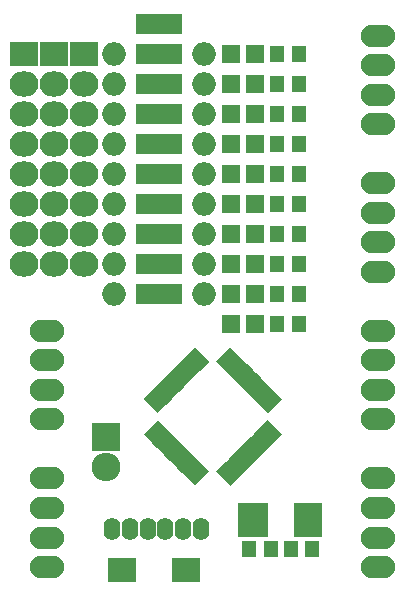
<source format=gbr>
G04 #@! TF.FileFunction,Soldermask,Top*
%FSLAX46Y46*%
G04 Gerber Fmt 4.6, Leading zero omitted, Abs format (unit mm)*
G04 Created by KiCad (PCBNEW 4.0.4-stable) date 11/06/16 21:46:29*
%MOMM*%
%LPD*%
G01*
G04 APERTURE LIST*
%ADD10C,0.100000*%
%ADD11O,2.000000X2.000000*%
%ADD12O,2.900000X1.900000*%
%ADD13R,1.200000X1.400000*%
%ADD14R,1.598880X1.598880*%
%ADD15R,2.400000X2.000000*%
%ADD16R,2.600000X3.000000*%
%ADD17R,2.400000X3.000000*%
%ADD18O,1.400000X1.924000*%
%ADD19R,2.432000X2.432000*%
%ADD20O,2.432000X2.432000*%
%ADD21R,1.365200X1.670000*%
%ADD22R,2.432000X2.127200*%
%ADD23O,2.432000X2.127200*%
G04 APERTURE END LIST*
D10*
D11*
X16764000Y-4064000D03*
X16764000Y-6604000D03*
X16764000Y-9144000D03*
X16764000Y-11684000D03*
X16764000Y-14224000D03*
X16764000Y-16764000D03*
X16764000Y-19304000D03*
X16764000Y-21844000D03*
X16764000Y-24384000D03*
X9144000Y-24384000D03*
X9144000Y-21844000D03*
X9144000Y-19304000D03*
X9144000Y-16764000D03*
X9144000Y-14224000D03*
X9144000Y-11684000D03*
X9144000Y-9144000D03*
X9144000Y-6604000D03*
X9144000Y-4064000D03*
D12*
X31500000Y-27500000D03*
X31500000Y-30000000D03*
X31500000Y-32500000D03*
X31500000Y-35000000D03*
X3500000Y-47500000D03*
X3500000Y-45000000D03*
X3500000Y-42500000D03*
X3500000Y-40000000D03*
D13*
X20600000Y-46000000D03*
X22400000Y-46000000D03*
X25900000Y-46000000D03*
X24100000Y-46000000D03*
D14*
X21115020Y-24384000D03*
X19016980Y-24384000D03*
X21115020Y-26924000D03*
X19016980Y-26924000D03*
D13*
X22976000Y-24384000D03*
X24776000Y-24384000D03*
X22976000Y-26924000D03*
X24776000Y-26924000D03*
D15*
X9800000Y-47750000D03*
X15200000Y-47750000D03*
D10*
G36*
X19462221Y-40141689D02*
X19002602Y-40601308D01*
X17800521Y-39399227D01*
X18260140Y-38939608D01*
X19462221Y-40141689D01*
X19462221Y-40141689D01*
G37*
G36*
X19815774Y-39788136D02*
X19356155Y-40247755D01*
X18154074Y-39045674D01*
X18613693Y-38586055D01*
X19815774Y-39788136D01*
X19815774Y-39788136D01*
G37*
G36*
X20169328Y-39434582D02*
X19709709Y-39894201D01*
X18507628Y-38692120D01*
X18967247Y-38232501D01*
X20169328Y-39434582D01*
X20169328Y-39434582D01*
G37*
G36*
X20522881Y-39081029D02*
X20063262Y-39540648D01*
X18861181Y-38338567D01*
X19320800Y-37878948D01*
X20522881Y-39081029D01*
X20522881Y-39081029D01*
G37*
G36*
X20876434Y-38727476D02*
X20416815Y-39187095D01*
X19214734Y-37985014D01*
X19674353Y-37525395D01*
X20876434Y-38727476D01*
X20876434Y-38727476D01*
G37*
G36*
X21229988Y-38373922D02*
X20770369Y-38833541D01*
X19568288Y-37631460D01*
X20027907Y-37171841D01*
X21229988Y-38373922D01*
X21229988Y-38373922D01*
G37*
G36*
X21583541Y-38020369D02*
X21123922Y-38479988D01*
X19921841Y-37277907D01*
X20381460Y-36818288D01*
X21583541Y-38020369D01*
X21583541Y-38020369D01*
G37*
G36*
X21937095Y-37666815D02*
X21477476Y-38126434D01*
X20275395Y-36924353D01*
X20735014Y-36464734D01*
X21937095Y-37666815D01*
X21937095Y-37666815D01*
G37*
G36*
X22290648Y-37313262D02*
X21831029Y-37772881D01*
X20628948Y-36570800D01*
X21088567Y-36111181D01*
X22290648Y-37313262D01*
X22290648Y-37313262D01*
G37*
G36*
X22644201Y-36959709D02*
X22184582Y-37419328D01*
X20982501Y-36217247D01*
X21442120Y-35757628D01*
X22644201Y-36959709D01*
X22644201Y-36959709D01*
G37*
G36*
X22997755Y-36606155D02*
X22538136Y-37065774D01*
X21336055Y-35863693D01*
X21795674Y-35404074D01*
X22997755Y-36606155D01*
X22997755Y-36606155D01*
G37*
G36*
X23351308Y-36252602D02*
X22891689Y-36712221D01*
X21689608Y-35510140D01*
X22149227Y-35050521D01*
X23351308Y-36252602D01*
X23351308Y-36252602D01*
G37*
G36*
X22891689Y-32787779D02*
X23351308Y-33247398D01*
X22149227Y-34449479D01*
X21689608Y-33989860D01*
X22891689Y-32787779D01*
X22891689Y-32787779D01*
G37*
G36*
X22538136Y-32434226D02*
X22997755Y-32893845D01*
X21795674Y-34095926D01*
X21336055Y-33636307D01*
X22538136Y-32434226D01*
X22538136Y-32434226D01*
G37*
G36*
X22184582Y-32080672D02*
X22644201Y-32540291D01*
X21442120Y-33742372D01*
X20982501Y-33282753D01*
X22184582Y-32080672D01*
X22184582Y-32080672D01*
G37*
G36*
X21831029Y-31727119D02*
X22290648Y-32186738D01*
X21088567Y-33388819D01*
X20628948Y-32929200D01*
X21831029Y-31727119D01*
X21831029Y-31727119D01*
G37*
G36*
X21477476Y-31373566D02*
X21937095Y-31833185D01*
X20735014Y-33035266D01*
X20275395Y-32575647D01*
X21477476Y-31373566D01*
X21477476Y-31373566D01*
G37*
G36*
X21123922Y-31020012D02*
X21583541Y-31479631D01*
X20381460Y-32681712D01*
X19921841Y-32222093D01*
X21123922Y-31020012D01*
X21123922Y-31020012D01*
G37*
G36*
X20770369Y-30666459D02*
X21229988Y-31126078D01*
X20027907Y-32328159D01*
X19568288Y-31868540D01*
X20770369Y-30666459D01*
X20770369Y-30666459D01*
G37*
G36*
X20416815Y-30312905D02*
X20876434Y-30772524D01*
X19674353Y-31974605D01*
X19214734Y-31514986D01*
X20416815Y-30312905D01*
X20416815Y-30312905D01*
G37*
G36*
X20063262Y-29959352D02*
X20522881Y-30418971D01*
X19320800Y-31621052D01*
X18861181Y-31161433D01*
X20063262Y-29959352D01*
X20063262Y-29959352D01*
G37*
G36*
X19709709Y-29605799D02*
X20169328Y-30065418D01*
X18967247Y-31267499D01*
X18507628Y-30807880D01*
X19709709Y-29605799D01*
X19709709Y-29605799D01*
G37*
G36*
X19356155Y-29252245D02*
X19815774Y-29711864D01*
X18613693Y-30913945D01*
X18154074Y-30454326D01*
X19356155Y-29252245D01*
X19356155Y-29252245D01*
G37*
G36*
X19002602Y-28898692D02*
X19462221Y-29358311D01*
X18260140Y-30560392D01*
X17800521Y-30100773D01*
X19002602Y-28898692D01*
X19002602Y-28898692D01*
G37*
G36*
X17199479Y-30100773D02*
X16739860Y-30560392D01*
X15537779Y-29358311D01*
X15997398Y-28898692D01*
X17199479Y-30100773D01*
X17199479Y-30100773D01*
G37*
G36*
X16845926Y-30454326D02*
X16386307Y-30913945D01*
X15184226Y-29711864D01*
X15643845Y-29252245D01*
X16845926Y-30454326D01*
X16845926Y-30454326D01*
G37*
G36*
X16492372Y-30807880D02*
X16032753Y-31267499D01*
X14830672Y-30065418D01*
X15290291Y-29605799D01*
X16492372Y-30807880D01*
X16492372Y-30807880D01*
G37*
G36*
X16138819Y-31161433D02*
X15679200Y-31621052D01*
X14477119Y-30418971D01*
X14936738Y-29959352D01*
X16138819Y-31161433D01*
X16138819Y-31161433D01*
G37*
G36*
X15785266Y-31514986D02*
X15325647Y-31974605D01*
X14123566Y-30772524D01*
X14583185Y-30312905D01*
X15785266Y-31514986D01*
X15785266Y-31514986D01*
G37*
G36*
X15431712Y-31868540D02*
X14972093Y-32328159D01*
X13770012Y-31126078D01*
X14229631Y-30666459D01*
X15431712Y-31868540D01*
X15431712Y-31868540D01*
G37*
G36*
X15078159Y-32222093D02*
X14618540Y-32681712D01*
X13416459Y-31479631D01*
X13876078Y-31020012D01*
X15078159Y-32222093D01*
X15078159Y-32222093D01*
G37*
G36*
X14724605Y-32575647D02*
X14264986Y-33035266D01*
X13062905Y-31833185D01*
X13522524Y-31373566D01*
X14724605Y-32575647D01*
X14724605Y-32575647D01*
G37*
G36*
X14371052Y-32929200D02*
X13911433Y-33388819D01*
X12709352Y-32186738D01*
X13168971Y-31727119D01*
X14371052Y-32929200D01*
X14371052Y-32929200D01*
G37*
G36*
X14017499Y-33282753D02*
X13557880Y-33742372D01*
X12355799Y-32540291D01*
X12815418Y-32080672D01*
X14017499Y-33282753D01*
X14017499Y-33282753D01*
G37*
G36*
X13663945Y-33636307D02*
X13204326Y-34095926D01*
X12002245Y-32893845D01*
X12461864Y-32434226D01*
X13663945Y-33636307D01*
X13663945Y-33636307D01*
G37*
G36*
X13310392Y-33989860D02*
X12850773Y-34449479D01*
X11648692Y-33247398D01*
X12108311Y-32787779D01*
X13310392Y-33989860D01*
X13310392Y-33989860D01*
G37*
G36*
X12850773Y-35050521D02*
X13310392Y-35510140D01*
X12108311Y-36712221D01*
X11648692Y-36252602D01*
X12850773Y-35050521D01*
X12850773Y-35050521D01*
G37*
G36*
X13204326Y-35404074D02*
X13663945Y-35863693D01*
X12461864Y-37065774D01*
X12002245Y-36606155D01*
X13204326Y-35404074D01*
X13204326Y-35404074D01*
G37*
G36*
X13557880Y-35757628D02*
X14017499Y-36217247D01*
X12815418Y-37419328D01*
X12355799Y-36959709D01*
X13557880Y-35757628D01*
X13557880Y-35757628D01*
G37*
G36*
X13911433Y-36111181D02*
X14371052Y-36570800D01*
X13168971Y-37772881D01*
X12709352Y-37313262D01*
X13911433Y-36111181D01*
X13911433Y-36111181D01*
G37*
G36*
X14264986Y-36464734D02*
X14724605Y-36924353D01*
X13522524Y-38126434D01*
X13062905Y-37666815D01*
X14264986Y-36464734D01*
X14264986Y-36464734D01*
G37*
G36*
X14618540Y-36818288D02*
X15078159Y-37277907D01*
X13876078Y-38479988D01*
X13416459Y-38020369D01*
X14618540Y-36818288D01*
X14618540Y-36818288D01*
G37*
G36*
X14972093Y-37171841D02*
X15431712Y-37631460D01*
X14229631Y-38833541D01*
X13770012Y-38373922D01*
X14972093Y-37171841D01*
X14972093Y-37171841D01*
G37*
G36*
X15325647Y-37525395D02*
X15785266Y-37985014D01*
X14583185Y-39187095D01*
X14123566Y-38727476D01*
X15325647Y-37525395D01*
X15325647Y-37525395D01*
G37*
G36*
X15679200Y-37878948D02*
X16138819Y-38338567D01*
X14936738Y-39540648D01*
X14477119Y-39081029D01*
X15679200Y-37878948D01*
X15679200Y-37878948D01*
G37*
G36*
X16032753Y-38232501D02*
X16492372Y-38692120D01*
X15290291Y-39894201D01*
X14830672Y-39434582D01*
X16032753Y-38232501D01*
X16032753Y-38232501D01*
G37*
G36*
X16386307Y-38586055D02*
X16845926Y-39045674D01*
X15643845Y-40247755D01*
X15184226Y-39788136D01*
X16386307Y-38586055D01*
X16386307Y-38586055D01*
G37*
G36*
X16739860Y-38939608D02*
X17199479Y-39399227D01*
X15997398Y-40601308D01*
X15537779Y-40141689D01*
X16739860Y-38939608D01*
X16739860Y-38939608D01*
G37*
D16*
X20950000Y-43500000D03*
D17*
X25550000Y-43500000D03*
D18*
X16500000Y-44250000D03*
X15000000Y-44250000D03*
X13500000Y-44250000D03*
X12000000Y-44250000D03*
X10500000Y-44250000D03*
X9000000Y-44250000D03*
D19*
X8500000Y-36500000D03*
D20*
X8500000Y-39040000D03*
D21*
X11684000Y-4064000D03*
X12954000Y-4064000D03*
X14224000Y-4064000D03*
X11684000Y-14224000D03*
X12954000Y-14224000D03*
X14224000Y-14224000D03*
X11684000Y-6604000D03*
X12954000Y-6604000D03*
X14224000Y-6604000D03*
X11684000Y-16764000D03*
X12954000Y-16764000D03*
X14224000Y-16764000D03*
X11684000Y-19304000D03*
X12954000Y-19304000D03*
X14224000Y-19304000D03*
X11684000Y-9144000D03*
X12954000Y-9144000D03*
X14224000Y-9144000D03*
X11684000Y-21844000D03*
X12954000Y-21844000D03*
X14224000Y-21844000D03*
X11684000Y-11684000D03*
X12954000Y-11684000D03*
X14224000Y-11684000D03*
X11684000Y-1524000D03*
X12954000Y-1524000D03*
X14224000Y-1524000D03*
D12*
X3500000Y-35000000D03*
X3500000Y-32500000D03*
X3500000Y-30000000D03*
X3500000Y-27500000D03*
D22*
X4064000Y-4064000D03*
D23*
X4064000Y-6604000D03*
X4064000Y-9144000D03*
X4064000Y-11684000D03*
X4064000Y-14224000D03*
X4064000Y-16764000D03*
X4064000Y-19304000D03*
X4064000Y-21844000D03*
D12*
X31500000Y-15000000D03*
X31500000Y-17500000D03*
X31500000Y-20000000D03*
X31500000Y-22500000D03*
X31500000Y-2500000D03*
X31500000Y-5000000D03*
X31500000Y-7500000D03*
X31500000Y-10000000D03*
X31500000Y-40000000D03*
X31500000Y-42500000D03*
X31500000Y-45000000D03*
X31500000Y-47500000D03*
D22*
X6604000Y-4064000D03*
D23*
X6604000Y-6604000D03*
X6604000Y-9144000D03*
X6604000Y-11684000D03*
X6604000Y-14224000D03*
X6604000Y-16764000D03*
X6604000Y-19304000D03*
X6604000Y-21844000D03*
D22*
X1524000Y-4064000D03*
D23*
X1524000Y-6604000D03*
X1524000Y-9144000D03*
X1524000Y-11684000D03*
X1524000Y-14224000D03*
X1524000Y-16764000D03*
X1524000Y-19304000D03*
X1524000Y-21844000D03*
D14*
X21115020Y-4064000D03*
X19016980Y-4064000D03*
X21115020Y-6604000D03*
X19016980Y-6604000D03*
X21115020Y-9144000D03*
X19016980Y-9144000D03*
X21115020Y-11684000D03*
X19016980Y-11684000D03*
X21115020Y-14224000D03*
X19016980Y-14224000D03*
X21115020Y-16764000D03*
X19016980Y-16764000D03*
X21115020Y-19304000D03*
X19016980Y-19304000D03*
X21115020Y-21844000D03*
X19016980Y-21844000D03*
D13*
X24776000Y-4064000D03*
X22976000Y-4064000D03*
X24776000Y-6604000D03*
X22976000Y-6604000D03*
X24776000Y-9144000D03*
X22976000Y-9144000D03*
X24776000Y-11684000D03*
X22976000Y-11684000D03*
X24776000Y-14224000D03*
X22976000Y-14224000D03*
X24776000Y-16764000D03*
X22976000Y-16764000D03*
X24776000Y-19304000D03*
X22976000Y-19304000D03*
X24776000Y-21844000D03*
X22976000Y-21844000D03*
D21*
X11684000Y-24384000D03*
X12954000Y-24384000D03*
X14224000Y-24384000D03*
M02*

</source>
